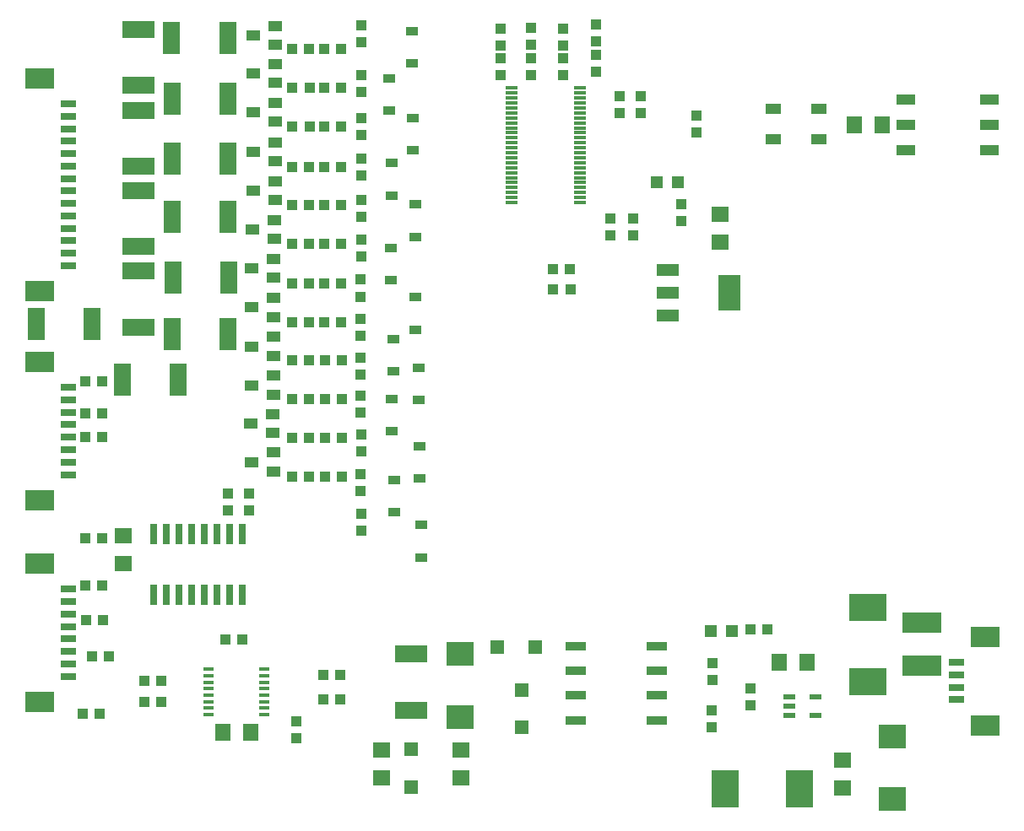
<source format=gtp>
G75*
%MOIN*%
%OFA0B0*%
%FSLAX25Y25*%
%IPPOS*%
%LPD*%
%AMOC8*
5,1,8,0,0,1.08239X$1,22.5*
%
%ADD10R,0.03937X0.04331*%
%ADD11R,0.05512X0.03937*%
%ADD12R,0.04803X0.03583*%
%ADD13R,0.07087X0.06299*%
%ADD14R,0.02600X0.08000*%
%ADD15R,0.06299X0.07087*%
%ADD16R,0.04331X0.03937*%
%ADD17R,0.04134X0.01772*%
%ADD18R,0.04921X0.01181*%
%ADD19R,0.07874X0.03543*%
%ADD20R,0.08800X0.04800*%
%ADD21R,0.08661X0.14173*%
%ADD22R,0.05512X0.05512*%
%ADD23R,0.12598X0.07087*%
%ADD24R,0.11024X0.09449*%
%ADD25R,0.04803X0.02441*%
%ADD26R,0.07087X0.12598*%
%ADD27R,0.07500X0.04000*%
%ADD28R,0.04724X0.04724*%
%ADD29R,0.06299X0.03150*%
%ADD30R,0.11811X0.08268*%
%ADD31R,0.11024X0.14961*%
%ADD32R,0.14961X0.11024*%
%ADD33R,0.15354X0.07874*%
%ADD34R,0.05906X0.03937*%
D10*
X0146254Y0047700D03*
X0152946Y0047700D03*
X0170804Y0052250D03*
X0177496Y0052250D03*
X0177396Y0060650D03*
X0170704Y0060650D03*
X0156646Y0070200D03*
X0149954Y0070200D03*
X0147654Y0084600D03*
X0154346Y0084600D03*
X0153946Y0098200D03*
X0147254Y0098200D03*
X0147354Y0117000D03*
X0154046Y0117000D03*
X0154046Y0156800D03*
X0147354Y0156800D03*
X0147254Y0166100D03*
X0153946Y0166100D03*
X0153946Y0178900D03*
X0147254Y0178900D03*
X0229004Y0171800D03*
X0235696Y0171800D03*
X0241854Y0171800D03*
X0248546Y0171800D03*
X0256100Y0173146D03*
X0256100Y0166454D03*
X0256200Y0157846D03*
X0248546Y0156500D03*
X0241854Y0156500D03*
X0235796Y0156500D03*
X0229104Y0156500D03*
X0228954Y0141350D03*
X0235646Y0141350D03*
X0241854Y0141350D03*
X0248546Y0141350D03*
X0256100Y0142146D03*
X0256100Y0135454D03*
X0256200Y0126696D03*
X0256200Y0120004D03*
X0256200Y0151154D03*
X0256000Y0181704D03*
X0248646Y0187200D03*
X0241954Y0187200D03*
X0235796Y0187200D03*
X0229104Y0187200D03*
X0229104Y0202350D03*
X0235796Y0202350D03*
X0241804Y0202350D03*
X0248496Y0202350D03*
X0256000Y0203646D03*
X0256000Y0196954D03*
X0256000Y0188396D03*
X0256000Y0212404D03*
X0248246Y0217700D03*
X0241554Y0217700D03*
X0235546Y0217700D03*
X0228854Y0217700D03*
X0228954Y0233300D03*
X0235646Y0233300D03*
X0241654Y0233300D03*
X0248346Y0233300D03*
X0256200Y0234796D03*
X0256200Y0228104D03*
X0256000Y0219096D03*
X0256200Y0244004D03*
X0248396Y0248600D03*
X0241704Y0248600D03*
X0235696Y0248600D03*
X0229004Y0248600D03*
X0229054Y0263750D03*
X0235746Y0263750D03*
X0241754Y0263500D03*
X0248446Y0263500D03*
X0256400Y0260304D03*
X0256400Y0266996D03*
X0256400Y0276304D03*
X0248446Y0279450D03*
X0241754Y0279450D03*
X0235846Y0279450D03*
X0229154Y0279450D03*
X0229154Y0294850D03*
X0235846Y0294850D03*
X0241754Y0294850D03*
X0248446Y0294850D03*
X0256400Y0293354D03*
X0256400Y0300046D03*
X0256200Y0312804D03*
X0248346Y0310100D03*
X0241654Y0310100D03*
X0235746Y0310100D03*
X0229054Y0310100D03*
X0256200Y0319496D03*
X0256400Y0282996D03*
X0256200Y0250696D03*
X0409954Y0080900D03*
X0416646Y0080900D03*
X0248046Y0062950D03*
X0241354Y0062950D03*
X0241454Y0053300D03*
X0248146Y0053300D03*
X0209246Y0076800D03*
X0202554Y0076800D03*
D11*
X0221581Y0143310D03*
X0212919Y0147050D03*
X0221581Y0150790D03*
X0221481Y0158560D03*
X0212819Y0162300D03*
X0221481Y0166040D03*
X0221731Y0173660D03*
X0213069Y0177400D03*
X0221731Y0181140D03*
X0221831Y0188960D03*
X0213169Y0192700D03*
X0221831Y0196440D03*
X0221831Y0204360D03*
X0213169Y0208100D03*
X0221831Y0211840D03*
X0221831Y0219810D03*
X0213169Y0223550D03*
X0221831Y0227290D03*
X0222081Y0235210D03*
X0213419Y0238950D03*
X0222081Y0242690D03*
X0222331Y0250510D03*
X0213669Y0254250D03*
X0222331Y0257990D03*
X0222331Y0265810D03*
X0213669Y0269550D03*
X0222331Y0273290D03*
X0222331Y0281460D03*
X0213669Y0285200D03*
X0222331Y0288940D03*
X0222331Y0296760D03*
X0213669Y0300500D03*
X0222331Y0304240D03*
X0222331Y0311810D03*
X0213669Y0315550D03*
X0222331Y0319290D03*
D12*
X0267300Y0298748D03*
X0276400Y0304502D03*
X0276400Y0317298D03*
X0267300Y0285952D03*
X0276700Y0282948D03*
X0276700Y0270152D03*
X0268200Y0265148D03*
X0268200Y0252352D03*
X0277700Y0248798D03*
X0277700Y0236002D03*
X0267950Y0231648D03*
X0267950Y0218852D03*
X0277750Y0212148D03*
X0277750Y0199352D03*
X0268850Y0195698D03*
X0279100Y0184398D03*
X0268850Y0182902D03*
X0268500Y0171948D03*
X0279100Y0171602D03*
X0268500Y0159152D03*
X0279500Y0153298D03*
X0279500Y0140502D03*
X0269300Y0139998D03*
X0269300Y0127202D03*
X0279850Y0122198D03*
X0279850Y0109402D03*
D13*
X0162200Y0106938D03*
X0162200Y0117962D03*
X0264400Y0033412D03*
X0264400Y0022388D03*
X0295700Y0022188D03*
X0295700Y0033212D03*
X0446200Y0029412D03*
X0446200Y0018388D03*
X0398000Y0233788D03*
X0398000Y0244812D03*
D14*
X0209450Y0118700D03*
X0204450Y0118700D03*
X0199450Y0118700D03*
X0194450Y0118700D03*
X0189450Y0118700D03*
X0184450Y0118700D03*
X0179450Y0118700D03*
X0174450Y0118700D03*
X0174450Y0094500D03*
X0179450Y0094500D03*
X0184450Y0094500D03*
X0189450Y0094500D03*
X0194450Y0094500D03*
X0199450Y0094500D03*
X0204450Y0094500D03*
X0209450Y0094500D03*
D15*
X0212662Y0040150D03*
X0201638Y0040150D03*
X0421288Y0067800D03*
X0432312Y0067800D03*
X0450988Y0280200D03*
X0462012Y0280200D03*
D16*
X0388600Y0277154D03*
X0388600Y0283846D03*
X0366800Y0284954D03*
X0358500Y0284954D03*
X0358500Y0291646D03*
X0366800Y0291646D03*
X0348900Y0301254D03*
X0348900Y0307946D03*
X0348900Y0313154D03*
X0348900Y0319846D03*
X0336000Y0318246D03*
X0336000Y0311554D03*
X0336000Y0306446D03*
X0336000Y0299754D03*
X0323500Y0300054D03*
X0323500Y0306746D03*
X0323500Y0311854D03*
X0323500Y0318546D03*
X0311400Y0318346D03*
X0311400Y0311654D03*
X0311400Y0306546D03*
X0311400Y0299854D03*
X0382650Y0249046D03*
X0382650Y0242354D03*
X0363700Y0243246D03*
X0363700Y0236554D03*
X0354700Y0236554D03*
X0354700Y0243246D03*
X0338746Y0223100D03*
X0332054Y0223100D03*
X0332154Y0215100D03*
X0338846Y0215100D03*
X0211850Y0134596D03*
X0203550Y0134596D03*
X0203550Y0127904D03*
X0211850Y0127904D03*
X0230800Y0044746D03*
X0230800Y0038054D03*
X0394600Y0042254D03*
X0394600Y0048946D03*
X0394900Y0060754D03*
X0394900Y0067446D03*
X0409900Y0057546D03*
X0409900Y0050854D03*
D17*
X0217897Y0049802D03*
X0217897Y0047243D03*
X0217897Y0052361D03*
X0217897Y0054920D03*
X0217897Y0057480D03*
X0217897Y0060039D03*
X0217897Y0062598D03*
X0217897Y0065157D03*
X0196103Y0065157D03*
X0196103Y0062598D03*
X0196103Y0060039D03*
X0196103Y0057480D03*
X0196103Y0054920D03*
X0196103Y0052361D03*
X0196103Y0049802D03*
X0196103Y0047243D03*
D18*
X0315761Y0249546D03*
X0315761Y0251514D03*
X0315761Y0253483D03*
X0315761Y0255451D03*
X0315761Y0257420D03*
X0315761Y0259388D03*
X0315761Y0261357D03*
X0315761Y0263325D03*
X0315761Y0265294D03*
X0315761Y0267262D03*
X0315761Y0269231D03*
X0315761Y0271199D03*
X0315761Y0273168D03*
X0315761Y0275136D03*
X0315761Y0277105D03*
X0315761Y0279073D03*
X0315761Y0281042D03*
X0315761Y0283010D03*
X0315761Y0284979D03*
X0315761Y0286947D03*
X0315761Y0288916D03*
X0315761Y0290884D03*
X0315761Y0292853D03*
X0315761Y0294821D03*
X0342532Y0294821D03*
X0342532Y0292853D03*
X0342532Y0290884D03*
X0342532Y0288916D03*
X0342532Y0286947D03*
X0342532Y0284979D03*
X0342532Y0283010D03*
X0342532Y0281042D03*
X0342532Y0279073D03*
X0342532Y0277105D03*
X0342532Y0275136D03*
X0342532Y0273168D03*
X0342532Y0271199D03*
X0342532Y0269231D03*
X0342532Y0267262D03*
X0342532Y0265294D03*
X0342532Y0263325D03*
X0342532Y0261357D03*
X0342532Y0259388D03*
X0342532Y0257420D03*
X0342532Y0255451D03*
X0342532Y0253483D03*
X0342532Y0251514D03*
X0342532Y0249546D03*
D19*
X0341100Y0074409D03*
X0341100Y0064606D03*
X0341100Y0054803D03*
X0341100Y0045000D03*
X0373147Y0045000D03*
X0373147Y0054803D03*
X0373147Y0064606D03*
X0373147Y0074409D03*
D20*
X0377400Y0204800D03*
X0377400Y0213900D03*
X0377400Y0223000D03*
D21*
X0401801Y0213900D03*
D22*
X0325080Y0073800D03*
X0310120Y0073800D03*
X0319600Y0057080D03*
X0319600Y0042120D03*
X0276000Y0033580D03*
X0276000Y0018620D03*
D23*
X0276100Y0049076D03*
X0276100Y0071124D03*
X0168300Y0200376D03*
X0168300Y0222424D03*
X0168300Y0232176D03*
X0168300Y0254224D03*
X0168300Y0263876D03*
X0168300Y0285924D03*
X0168300Y0295776D03*
X0168300Y0317824D03*
D24*
X0295300Y0071102D03*
X0295300Y0046298D03*
X0466000Y0038602D03*
X0466000Y0013798D03*
D25*
X0435618Y0046860D03*
X0425382Y0046860D03*
X0425382Y0050600D03*
X0425382Y0054340D03*
X0435618Y0054340D03*
D26*
X0203824Y0197700D03*
X0181776Y0197700D03*
X0150024Y0201500D03*
X0127976Y0201500D03*
X0161976Y0179700D03*
X0184024Y0179700D03*
X0181976Y0219800D03*
X0204024Y0219800D03*
X0203824Y0243800D03*
X0181776Y0243800D03*
X0181776Y0266900D03*
X0203824Y0266900D03*
X0203824Y0290500D03*
X0181776Y0290500D03*
X0181476Y0314600D03*
X0203524Y0314600D03*
D27*
X0471400Y0290200D03*
X0471400Y0280200D03*
X0471400Y0270200D03*
X0504400Y0270200D03*
X0504400Y0280200D03*
X0504400Y0290200D03*
D28*
X0381184Y0257500D03*
X0372916Y0257500D03*
X0394466Y0080400D03*
X0402734Y0080400D03*
D29*
X0491269Y0067882D03*
X0491269Y0062961D03*
X0491269Y0058039D03*
X0491269Y0053118D03*
X0140631Y0062376D03*
X0140631Y0067297D03*
X0140631Y0072218D03*
X0140631Y0077139D03*
X0140631Y0082061D03*
X0140631Y0086982D03*
X0140631Y0091903D03*
X0140631Y0096824D03*
X0140631Y0142076D03*
X0140631Y0146997D03*
X0140631Y0151918D03*
X0140631Y0156839D03*
X0140631Y0161761D03*
X0140631Y0166682D03*
X0140631Y0171603D03*
X0140631Y0176524D03*
X0140731Y0224612D03*
X0140731Y0229533D03*
X0140731Y0234454D03*
X0140731Y0239376D03*
X0140731Y0244297D03*
X0140731Y0249218D03*
X0140731Y0254139D03*
X0140731Y0259061D03*
X0140731Y0263982D03*
X0140731Y0268903D03*
X0140731Y0273824D03*
X0140731Y0278746D03*
X0140731Y0283667D03*
X0140731Y0288588D03*
D30*
X0129213Y0052336D03*
X0129213Y0106864D03*
X0129213Y0132036D03*
X0129213Y0186564D03*
X0129313Y0214572D03*
X0129313Y0298628D03*
X0502687Y0077921D03*
X0502687Y0043079D03*
D31*
X0429267Y0018000D03*
X0400133Y0018000D03*
D32*
X0456200Y0060333D03*
X0456200Y0089467D03*
D33*
X0477818Y0083432D03*
X0477818Y0066700D03*
D34*
X0437000Y0274500D03*
X0419000Y0274500D03*
X0419000Y0286500D03*
X0437000Y0286500D03*
M02*

</source>
